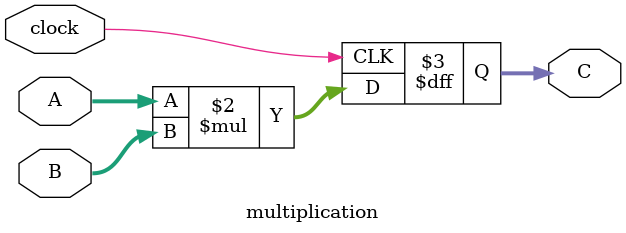
<source format=sv>
module multiplication ( A, B, C, clock);
input reg [7:0] A;
input reg [7:0] B;
output reg [7:0] C;
input clock;
always @(posedge clock) begin
    C <= A*B;
end
endmodule
</source>
